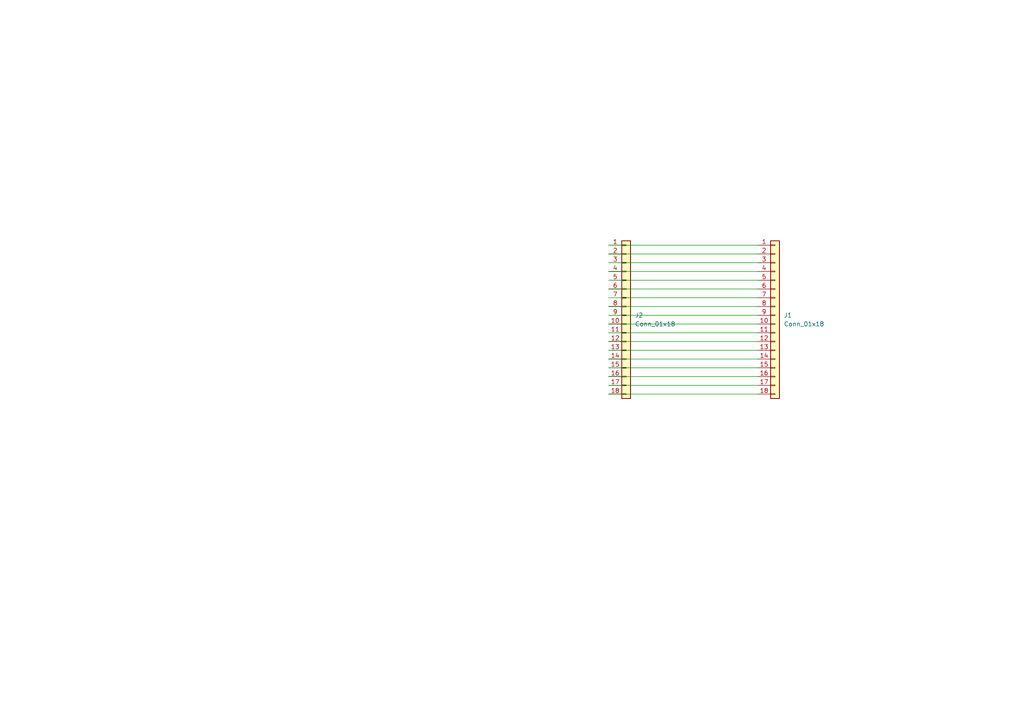
<source format=kicad_sch>
(kicad_sch (version 20250114) (generator "eeschema") (generator_version "9.0")
  (paper "A4")
  (lib_symbols
    (symbol "Connector_Generic:Conn_01x18" (pin_names (offset 1.016) (hide yes))
      (property "Reference" "J" (at 0 22.86 0))
      (property "Value" "Conn_01x18" (at 0 -25.4 0))
      (symbol "Conn_01x18_1_1"
        (rectangle (start -1.27 21.59) (end 1.27 -24.13) (stroke (width 0.254)) (fill (type background)))
        (rectangle (start -1.27 20.447) (end 0 20.193) (stroke (width 0.1524)))
        (rectangle (start -1.27 17.907) (end 0 17.653) (stroke (width 0.1524)))
        (rectangle (start -1.27 15.367) (end 0 15.113) (stroke (width 0.1524)))
        (rectangle (start -1.27 12.827) (end 0 12.573) (stroke (width 0.1524)))
        (rectangle (start -1.27 10.287) (end 0 10.033) (stroke (width 0.1524)))
        (rectangle (start -1.27 7.747) (end 0 7.493) (stroke (width 0.1524)))
        (rectangle (start -1.27 5.207) (end 0 4.953) (stroke (width 0.1524)))
        (rectangle (start -1.27 2.667) (end 0 2.413) (stroke (width 0.1524)))
        (rectangle (start -1.27 0.127) (end 0 -0.127) (stroke (width 0.1524)))
        (rectangle (start -1.27 -2.413) (end 0 -2.667) (stroke (width 0.1524)))
        (rectangle (start -1.27 -4.953) (end 0 -5.207) (stroke (width 0.1524)))
        (rectangle (start -1.27 -7.493) (end 0 -7.747) (stroke (width 0.1524)))
        (rectangle (start -1.27 -10.033) (end 0 -10.287) (stroke (width 0.1524)))
        (rectangle (start -1.27 -12.573) (end 0 -12.827) (stroke (width 0.1524)))
        (rectangle (start -1.27 -15.113) (end 0 -15.367) (stroke (width 0.1524)))
        (rectangle (start -1.27 -17.653) (end 0 -17.907) (stroke (width 0.1524)))
        (rectangle (start -1.27 -20.193) (end 0 -20.447) (stroke (width 0.1524)))
        (rectangle (start -1.27 -22.733) (end 0 -22.987) (stroke (width 0.1524)))
        (pin passive line (at -5.08 20.32 0) (length 3.81) (name "Pin_1") (number "1"))
        (pin passive line (at -5.08 17.78 0) (length 3.81) (name "Pin_2") (number "2"))
        (pin passive line (at -5.08 15.24 0) (length 3.81) (name "Pin_3") (number "3"))
        (pin passive line (at -5.08 12.7 0) (length 3.81) (name "Pin_4") (number "4"))
        (pin passive line (at -5.08 10.16 0) (length 3.81) (name "Pin_5") (number "5"))
        (pin passive line (at -5.08 7.62 0) (length 3.81) (name "Pin_6") (number "6"))
        (pin passive line (at -5.08 5.08 0) (length 3.81) (name "Pin_7") (number "7"))
        (pin passive line (at -5.08 2.54 0) (length 3.81) (name "Pin_8") (number "8"))
        (pin passive line (at -5.08 0 0) (length 3.81) (name "Pin_9") (number "9"))
        (pin passive line (at -5.08 -2.54 0) (length 3.81) (name "Pin_10") (number "10"))
        (pin passive line (at -5.08 -5.08 0) (length 3.81) (name "Pin_11") (number "11"))
        (pin passive line (at -5.08 -7.62 0) (length 3.81) (name "Pin_12") (number "12"))
        (pin passive line (at -5.08 -10.16 0) (length 3.81) (name "Pin_13") (number "13"))
        (pin passive line (at -5.08 -12.7 0) (length 3.81) (name "Pin_14") (number "14"))
        (pin passive line (at -5.08 -15.24 0) (length 3.81) (name "Pin_15") (number "15"))
        (pin passive line (at -5.08 -17.78 0) (length 3.81) (name "Pin_16") (number "16"))
        (pin passive line (at -5.08 -20.32 0) (length 3.81) (name "Pin_17") (number "17"))
        (pin passive line (at -5.08 -22.86 0) (length 3.81) (name "Pin_18") (number "18"))
      )
    )
  )
  (wire (pts (xy 219.71 96.52) (xy 176.53 96.52)))
  (wire (pts (xy 219.71 109.22) (xy 176.53 109.22)))
  (wire (pts (xy 219.71 91.44) (xy 176.53 91.44)))
  (wire (pts (xy 219.71 81.28) (xy 176.53 81.28)))
  (wire (pts (xy 219.71 106.68) (xy 176.53 106.68)))
  (wire (pts (xy 219.71 104.14) (xy 176.53 104.14)))
  (wire (pts (xy 219.71 101.6) (xy 176.53 101.6)))
  (wire (pts (xy 219.71 73.66) (xy 176.53 73.66)))
  (wire (pts (xy 219.71 78.74) (xy 176.53 78.74)))
  (wire (pts (xy 219.71 76.2) (xy 176.53 76.2)))
  (wire (pts (xy 219.71 83.82) (xy 176.53 83.82)))
  (wire (pts (xy 219.71 93.98) (xy 176.53 93.98)))
  (wire (pts (xy 219.71 88.9) (xy 176.53 88.9)))
  (wire (pts (xy 219.71 111.76) (xy 176.53 111.76)))
  (wire (pts (xy 219.71 71.12) (xy 176.53 71.12)))
  (wire (pts (xy 219.71 114.3) (xy 176.53 114.3)))
  (wire (pts (xy 219.71 86.36) (xy 176.53 86.36)))
  (wire (pts (xy 219.71 99.06) (xy 176.53 99.06)))
  (symbol (lib_id "Connector_Generic:Conn_01x18") (at 224.79 91.44 0) (unit 1)
    (property "Reference" "J1" (at 227.33 91.4399 0) (effects (justify left)))
    (property "Value" "Conn_01x18" (at 227.33 93.9799 0) (effects (justify left)))
    (property "Footprint" "Library:FLEX_18PIN_1MM_0.5mmPads" (effects (hide yes)))
    (property "Description" "Generic connector, single row, 01x18, script generated (kicad-library-utils/schlib/autogen/connector/)" (effects (hide yes)))
  )
  (symbol (lib_id "Connector_Generic:Conn_01x18") (at 181.61 91.44 0) (unit 1)
    (property "Reference" "J2" (at 184.15 91.4399 0) (effects (justify left)))
    (property "Value" "Conn_01x18" (at 184.15 93.9799 0) (effects (justify left)))
    (property "Footprint" "Library:FLEX_18PIN_1MM_0.5mmPads" (effects (hide yes)))
    (property "Description" "Generic connector, single row, 01x18, script generated (kicad-library-utils/schlib/autogen/connector/)" (effects (hide yes)))
  )
)
</source>
